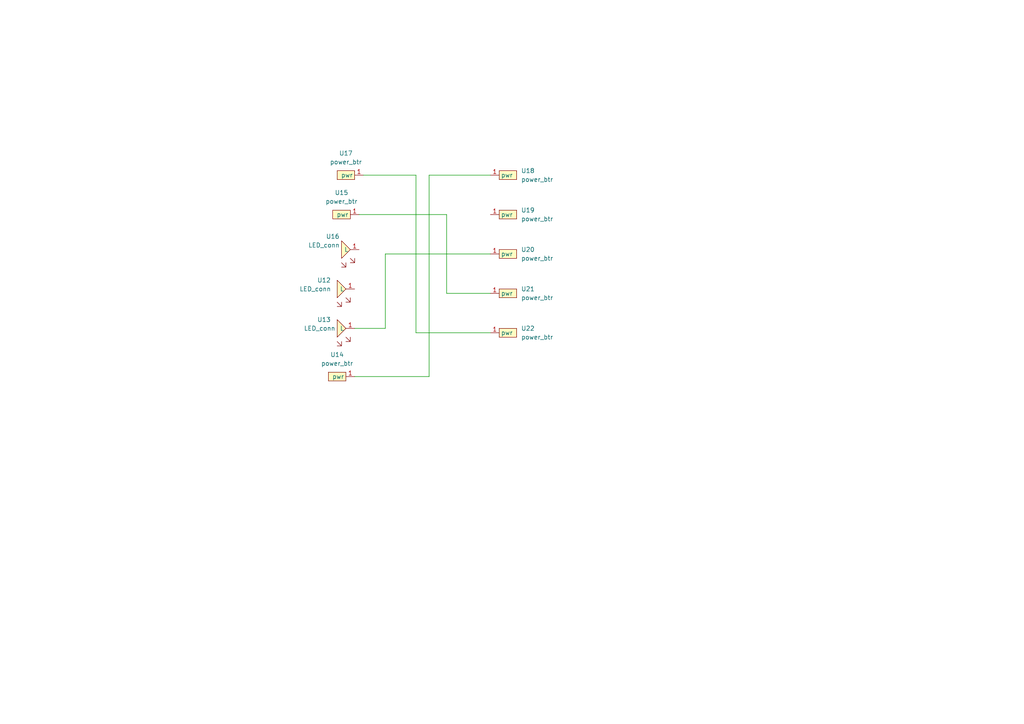
<source format=kicad_sch>
(kicad_sch (version 20211123) (generator eeschema)
  (paper "A4")
  (lib_symbols
    (symbol "conn_mother_side:LED_conn"
      (property "Reference" "U" (at -2.54 1.27 0))
      (property "Value" "LED_conn" (at -3.81 -2.54 0))
      (symbol "LED_conn_0_1"
        (polyline (pts (xy 2.54 0) (xy 5.08 2.54) (xy 5.08 -2.54) (xy 2.54 0)) (fill (type background)))
        (polyline (pts (xy 2.54 2.54) (xy 1.27 3.81) (xy 1.27 2.54) (xy 1.27 3.81) (xy 2.54 3.81)))
        (polyline (pts (xy 5.08 3.81) (xy 3.81 5.08) (xy 3.81 3.81) (xy 3.81 5.08) (xy 5.08 5.08)))
      )
      (symbol "LED_conn_1_1"
        (pin input line (at 0 0 0) (length 2.54) (name "L") (number "1"))
      )
    )
    (symbol "conn_mother_side:power_btr"
      (property "Reference" "U" (at 3.81 -5.08 0))
      (property "Value" "power_btr" (at -3.81 1.27 0))
      (symbol "power_btr_0_1"
        (rectangle (start 2.54 0) (end 7.62 -2.54) (fill (type background)))
      )
      (symbol "power_btr_1_1"
        (pin power_out line (at 0 -1.27 0) (length 2.54) (name "pwr") (number "1"))
      )
    )
  )
  (wire (pts (xy 120.65 50.8) (xy 120.65 96.52)))
  (wire (pts (xy 120.65 96.52) (xy 142.24 96.52)))
  (wire (pts (xy 129.54 85.09) (xy 129.54 62.23)))
  (wire (pts (xy 124.46 50.8) (xy 142.24 50.8)))
  (wire (pts (xy 102.87 109.22) (xy 124.46 109.22)))
  (wire (pts (xy 102.87 95.25) (xy 111.76 95.25)))
  (wire (pts (xy 104.14 62.23) (xy 129.54 62.23)))
  (wire (pts (xy 111.76 95.25) (xy 111.76 73.66)))
  (wire (pts (xy 124.46 109.22) (xy 124.46 50.8)))
  (wire (pts (xy 120.65 50.8) (xy 105.41 50.8)))
  (wire (pts (xy 111.76 73.66) (xy 142.24 73.66)))
  (wire (pts (xy 142.24 85.09) (xy 129.54 85.09)))
  (symbol (lib_id "conn_mother_side:power_btr") (at 142.24 72.39 0) (unit 1)
    (property "Reference" "U20" (at 151.13 72.3899 0) (effects (justify left)))
    (property "Value" "power_btr" (at 151.13 74.9299 0) (effects (justify left)))
    (property "Footprint" "mother_conn_side:conn_side" (effects hide))
  )
  (symbol (lib_id "conn_mother_side:power_btr") (at 142.24 49.53 0) (unit 1)
    (property "Reference" "U18" (at 151.13 49.5299 0) (effects (justify left)))
    (property "Value" "power_btr" (at 151.13 52.0699 0) (effects (justify left)))
    (property "Footprint" "mother_conn_side:conn_side" (effects hide))
  )
  (symbol (lib_id "conn_mother_side:LED_conn") (at 102.87 95.25 180) (unit 1)
    (property "Reference" "U13" (at 93.98 92.71 0))
    (property "Value" "LED_conn" (at 92.71 95.25 0))
    (property "Footprint" "mother_conn_side:led_conn" (effects hide))
  )
  (symbol (lib_id "conn_mother_side:power_btr") (at 102.87 110.49 180) (unit 1)
    (property "Reference" "U14" (at 97.79 102.87 0))
    (property "Value" "power_btr" (at 97.79 105.41 0))
    (property "Footprint" "mother_conn_side:conn_side" (effects hide))
  )
  (symbol (lib_id "conn_mother_side:LED_conn") (at 102.87 83.82 180) (unit 1)
    (property "Reference" "U12" (at 93.98 81.28 0))
    (property "Value" "LED_conn" (at 91.44 83.82 0))
    (property "Footprint" "mother_conn_side:led_conn" (effects hide))
  )
  (symbol (lib_id "conn_mother_side:power_btr") (at 142.24 60.96 0) (unit 1)
    (property "Reference" "U19" (at 151.13 60.9599 0) (effects (justify left)))
    (property "Value" "power_btr" (at 151.13 63.4999 0) (effects (justify left)))
    (property "Footprint" "mother_conn_side:conn_side" (effects hide))
  )
  (symbol (lib_id "conn_mother_side:power_btr") (at 142.24 95.25 0) (unit 1)
    (property "Reference" "U22" (at 151.13 95.2499 0) (effects (justify left)))
    (property "Value" "power_btr" (at 151.13 97.7899 0) (effects (justify left)))
    (property "Footprint" "mother_conn_side:conn_side" (effects hide))
  )
  (symbol (lib_id "conn_mother_side:power_btr") (at 104.14 63.5 180) (unit 1)
    (property "Reference" "U15" (at 99.06 55.88 0))
    (property "Value" "power_btr" (at 99.06 58.42 0))
    (property "Footprint" "mother_conn_side:conn_side" (effects hide))
  )
  (symbol (lib_id "conn_mother_side:power_btr") (at 142.24 83.82 0) (unit 1)
    (property "Reference" "U21" (at 151.13 83.8199 0) (effects (justify left)))
    (property "Value" "power_btr" (at 151.13 86.3599 0) (effects (justify left)))
    (property "Footprint" "mother_conn_side:conn_side" (effects hide))
  )
  (symbol (lib_id "conn_mother_side:power_btr") (at 105.41 52.07 180) (unit 1)
    (property "Reference" "U17" (at 100.33 44.45 0))
    (property "Value" "power_btr" (at 100.33 46.99 0))
    (property "Footprint" "mother_conn_side:conn_side" (effects hide))
  )
  (symbol (lib_id "conn_mother_side:LED_conn") (at 104.14 72.39 180) (unit 1)
    (property "Reference" "U16" (at 96.52 68.58 0))
    (property "Value" "LED_conn" (at 93.98 71.12 0))
    (property "Footprint" "mother_conn_side:led_conn" (effects hide))
  )
)
</source>
